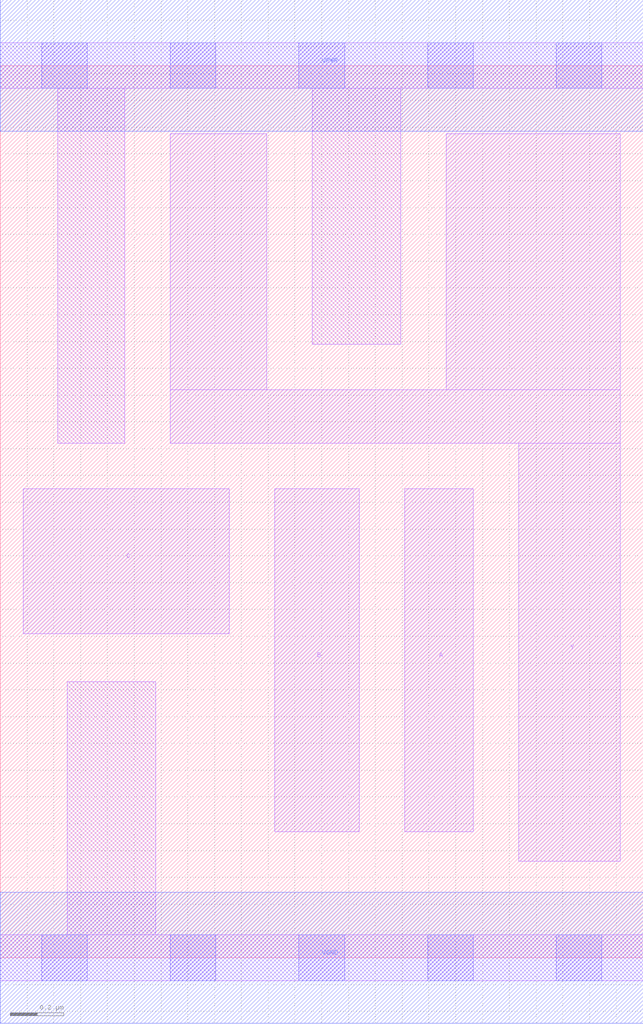
<source format=lef>
# Copyright 2020 The SkyWater PDK Authors
#
# Licensed under the Apache License, Version 2.0 (the "License");
# you may not use this file except in compliance with the License.
# You may obtain a copy of the License at
#
#     https://www.apache.org/licenses/LICENSE-2.0
#
# Unless required by applicable law or agreed to in writing, software
# distributed under the License is distributed on an "AS IS" BASIS,
# WITHOUT WARRANTIES OR CONDITIONS OF ANY KIND, either express or implied.
# See the License for the specific language governing permissions and
# limitations under the License.
#
# SPDX-License-Identifier: Apache-2.0

VERSION 5.7 ;
  NAMESCASESENSITIVE ON ;
  NOWIREEXTENSIONATPIN ON ;
  DIVIDERCHAR "/" ;
  BUSBITCHARS "[]" ;
UNITS
  DATABASE MICRONS 200 ;
END UNITS
MACRO sky130_fd_sc_lp__nand3_1
  CLASS CORE ;
  FOREIGN sky130_fd_sc_lp__nand3_1 ;
  ORIGIN  0.000000  0.000000 ;
  SIZE  2.400000 BY  3.330000 ;
  SYMMETRY X Y R90 ;
  SITE unit ;
  PIN A
    ANTENNAGATEAREA  0.315000 ;
    DIRECTION INPUT ;
    USE SIGNAL ;
    PORT
      LAYER li1 ;
        RECT 1.510000 0.470000 1.765000 1.750000 ;
    END
  END A
  PIN B
    ANTENNAGATEAREA  0.315000 ;
    DIRECTION INPUT ;
    USE SIGNAL ;
    PORT
      LAYER li1 ;
        RECT 1.025000 0.470000 1.340000 1.750000 ;
    END
  END B
  PIN C
    ANTENNAGATEAREA  0.315000 ;
    DIRECTION INPUT ;
    USE SIGNAL ;
    PORT
      LAYER li1 ;
        RECT 0.085000 1.210000 0.855000 1.750000 ;
    END
  END C
  PIN Y
    ANTENNADIFFAREA  1.115100 ;
    DIRECTION OUTPUT ;
    USE SIGNAL ;
    PORT
      LAYER li1 ;
        RECT 0.635000 1.920000 2.315000 2.120000 ;
        RECT 0.635000 2.120000 0.995000 3.075000 ;
        RECT 1.665000 2.120000 2.315000 3.075000 ;
        RECT 1.935000 0.360000 2.315000 1.920000 ;
    END
  END Y
  PIN VGND
    DIRECTION INOUT ;
    USE GROUND ;
    PORT
      LAYER met1 ;
        RECT 0.000000 -0.245000 2.400000 0.245000 ;
    END
  END VGND
  PIN VPWR
    DIRECTION INOUT ;
    USE POWER ;
    PORT
      LAYER met1 ;
        RECT 0.000000 3.085000 2.400000 3.575000 ;
    END
  END VPWR
  OBS
    LAYER li1 ;
      RECT 0.000000 -0.085000 2.400000 0.085000 ;
      RECT 0.000000  3.245000 2.400000 3.415000 ;
      RECT 0.215000  1.920000 0.465000 3.245000 ;
      RECT 0.250000  0.085000 0.580000 1.030000 ;
      RECT 1.165000  2.290000 1.495000 3.245000 ;
    LAYER mcon ;
      RECT 0.155000 -0.085000 0.325000 0.085000 ;
      RECT 0.155000  3.245000 0.325000 3.415000 ;
      RECT 0.635000 -0.085000 0.805000 0.085000 ;
      RECT 0.635000  3.245000 0.805000 3.415000 ;
      RECT 1.115000 -0.085000 1.285000 0.085000 ;
      RECT 1.115000  3.245000 1.285000 3.415000 ;
      RECT 1.595000 -0.085000 1.765000 0.085000 ;
      RECT 1.595000  3.245000 1.765000 3.415000 ;
      RECT 2.075000 -0.085000 2.245000 0.085000 ;
      RECT 2.075000  3.245000 2.245000 3.415000 ;
  END
END sky130_fd_sc_lp__nand3_1
END LIBRARY

</source>
